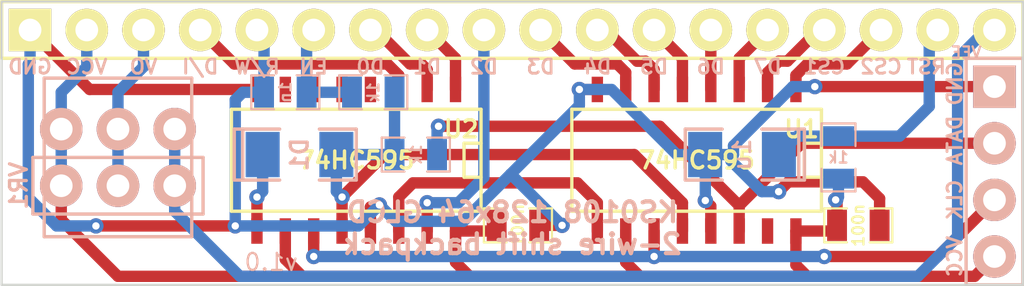
<source format=kicad_pcb>
(kicad_pcb (version 20171130) (host pcbnew "(5.1.12)-1")

  (general
    (thickness 1.6)
    (drawings 28)
    (tracks 189)
    (zones 0)
    (modules 14)
    (nets 23)
  )

  (page A3)
  (layers
    (0 F.Cu signal)
    (31 B.Cu signal)
    (36 B.SilkS user hide)
    (37 F.SilkS user hide)
    (38 B.Mask user hide)
    (39 F.Mask user hide)
    (44 Edge.Cuts user)
  )

  (setup
    (last_trace_width 0.508)
    (trace_clearance 0.2032)
    (zone_clearance 0.2032)
    (zone_45_only no)
    (trace_min 0.1524)
    (via_size 0.6858)
    (via_drill 0.3302)
    (via_min_size 0.508)
    (via_min_drill 0.3302)
    (uvia_size 0.508)
    (uvia_drill 0.127)
    (uvias_allowed no)
    (uvia_min_size 0.508)
    (uvia_min_drill 0.127)
    (edge_width 0.1)
    (segment_width 0.2)
    (pcb_text_width 0.3)
    (pcb_text_size 1.5 1.5)
    (mod_edge_width 0.15)
    (mod_text_size 1 1)
    (mod_text_width 0.15)
    (pad_size 1.905 1.905)
    (pad_drill 1.016)
    (pad_to_mask_clearance 0)
    (aux_axis_origin 0 0)
    (visible_elements 7FFFFEFF)
    (pcbplotparams
      (layerselection 0x00030_ffffffff)
      (usegerberextensions true)
      (usegerberattributes true)
      (usegerberadvancedattributes true)
      (creategerberjobfile true)
      (excludeedgelayer true)
      (linewidth 0.150000)
      (plotframeref false)
      (viasonmask false)
      (mode 1)
      (useauxorigin false)
      (hpglpennumber 1)
      (hpglpenspeed 20)
      (hpglpendiameter 15.000000)
      (psnegative false)
      (psa4output false)
      (plotreference true)
      (plotvalue true)
      (plotinvisibletext false)
      (padsonsilk false)
      (subtractmaskfromsilk false)
      (outputformat 1)
      (mirror false)
      (drillshape 0)
      (scaleselection 1)
      (outputdirectory "output/gerber/"))
  )

  (net 0 "")
  (net 1 /CLK)
  (net 2 /DATA)
  (net 3 /LATCH)
  (net 4 /LCD_CNT)
  (net 5 /LCD_CS1)
  (net 6 /LCD_CS2)
  (net 7 /LCD_D0)
  (net 8 /LCD_D1)
  (net 9 /LCD_D2)
  (net 10 /LCD_D3)
  (net 11 /LCD_D4)
  (net 12 /LCD_D5)
  (net 13 /LCD_D6)
  (net 14 /LCD_D7)
  (net 15 /LCD_DI)
  (net 16 /LCD_EN)
  (net 17 /LCD_RST)
  (net 18 /LCD_VEE)
  (net 19 GND)
  (net 20 N-0000010)
  (net 21 N-000007)
  (net 22 VCC)

  (net_class Default "This is the default net class."
    (clearance 0.2032)
    (trace_width 0.508)
    (via_dia 0.6858)
    (via_drill 0.3302)
    (uvia_dia 0.508)
    (uvia_drill 0.127)
    (add_net /CLK)
    (add_net /DATA)
    (add_net /LATCH)
    (add_net /LCD_CNT)
    (add_net /LCD_CS1)
    (add_net /LCD_CS2)
    (add_net /LCD_D0)
    (add_net /LCD_D1)
    (add_net /LCD_D2)
    (add_net /LCD_D3)
    (add_net /LCD_D4)
    (add_net /LCD_D5)
    (add_net /LCD_D6)
    (add_net /LCD_D7)
    (add_net /LCD_DI)
    (add_net /LCD_EN)
    (add_net /LCD_RST)
    (add_net /LCD_VEE)
    (add_net GND)
    (add_net N-0000010)
    (add_net N-000007)
    (add_net VCC)
  )

  (module SM0805 (layer F.Cu) (tedit 56B6AE8C) (tstamp 53BC9432)
    (at 5.334 8.763 180)
    (path /53BC9429)
    (attr smd)
    (fp_text reference C1 (at 0 0 270) (layer F.SilkS) hide
      (effects (font (size 0.50038 0.50038) (thickness 0.10922)))
    )
    (fp_text value 100n (at 0 0 270) (layer F.SilkS)
      (effects (font (size 0.508 0.508) (thickness 0.1016)))
    )
    (fp_line (start 1.524 0.762) (end 0.508 0.762) (layer F.SilkS) (width 0.09906))
    (fp_line (start 1.524 -0.762) (end 1.524 0.762) (layer F.SilkS) (width 0.09906))
    (fp_line (start 0.508 -0.762) (end 1.524 -0.762) (layer F.SilkS) (width 0.09906))
    (fp_line (start -1.524 -0.762) (end -0.508 -0.762) (layer F.SilkS) (width 0.09906))
    (fp_line (start -1.524 0.762) (end -1.524 -0.762) (layer F.SilkS) (width 0.09906))
    (fp_line (start -0.508 0.762) (end -1.524 0.762) (layer F.SilkS) (width 0.09906))
    (pad 1 smd rect (at -0.9525 0 180) (size 0.889 1.397) (layers F.Cu F.Mask)
      (net 19 GND))
    (pad 2 smd rect (at 0.9525 0 180) (size 0.889 1.397) (layers F.Cu F.Mask)
      (net 22 VCC))
    (model smd/chip_cms.wrl
      (at (xyz 0 0 0))
      (scale (xyz 0.1 0.1 0.1))
      (rotate (xyz 0 0 0))
    )
  )

  (module SM0805 (layer F.Cu) (tedit 56B6AE7B) (tstamp 53BC9425)
    (at 20.574 8.763 180)
    (path /56B65C0B)
    (attr smd)
    (fp_text reference C2 (at 0 0 270) (layer F.SilkS) hide
      (effects (font (size 0.50038 0.50038) (thickness 0.10922)))
    )
    (fp_text value 100n (at 0 0 270) (layer F.SilkS)
      (effects (font (size 0.508 0.508) (thickness 0.1016)))
    )
    (fp_line (start 1.524 0.762) (end 0.508 0.762) (layer F.SilkS) (width 0.09906))
    (fp_line (start 1.524 -0.762) (end 1.524 0.762) (layer F.SilkS) (width 0.09906))
    (fp_line (start 0.508 -0.762) (end 1.524 -0.762) (layer F.SilkS) (width 0.09906))
    (fp_line (start -1.524 -0.762) (end -0.508 -0.762) (layer F.SilkS) (width 0.09906))
    (fp_line (start -1.524 0.762) (end -1.524 -0.762) (layer F.SilkS) (width 0.09906))
    (fp_line (start -0.508 0.762) (end -1.524 0.762) (layer F.SilkS) (width 0.09906))
    (pad 1 smd rect (at -0.9525 0 180) (size 0.889 1.397) (layers F.Cu F.Mask)
      (net 19 GND))
    (pad 2 smd rect (at 0.9525 0 180) (size 0.889 1.397) (layers F.Cu F.Mask)
      (net 22 VCC))
    (model smd/chip_cms.wrl
      (at (xyz 0 0 0))
      (scale (xyz 0.1 0.1 0.1))
      (rotate (xyz 0 0 0))
    )
  )

  (module SM0805 (layer B.Cu) (tedit 56B6AE5C) (tstamp 56B68EEF)
    (at -5.08 2.794)
    (path /56B68EC4)
    (attr smd)
    (fp_text reference C4 (at 0 0) (layer B.SilkS) hide
      (effects (font (size 0.50038 0.50038) (thickness 0.10922)) (justify mirror))
    )
    (fp_text value 1n (at 0 0 270) (layer B.SilkS)
      (effects (font (size 0.508 0.508) (thickness 0.1016)) (justify mirror))
    )
    (fp_line (start 1.524 -0.762) (end 0.508 -0.762) (layer B.SilkS) (width 0.09906))
    (fp_line (start 1.524 0.762) (end 1.524 -0.762) (layer B.SilkS) (width 0.09906))
    (fp_line (start 0.508 0.762) (end 1.524 0.762) (layer B.SilkS) (width 0.09906))
    (fp_line (start -1.524 0.762) (end -0.508 0.762) (layer B.SilkS) (width 0.09906))
    (fp_line (start -1.524 -0.762) (end -1.524 0.762) (layer B.SilkS) (width 0.09906))
    (fp_line (start -0.508 -0.762) (end -1.524 -0.762) (layer B.SilkS) (width 0.09906))
    (pad 1 smd rect (at -0.9525 0) (size 0.889 1.397) (layers B.Cu B.Mask)
      (net 19 GND))
    (pad 2 smd rect (at 0.9525 0) (size 0.889 1.397) (layers B.Cu B.Mask)
      (net 16 /LCD_EN))
    (model smd/chip_cms.wrl
      (at (xyz 0 0 0))
      (scale (xyz 0.1 0.1 0.1))
      (rotate (xyz 0 0 0))
    )
  )

  (module SM0805 (layer B.Cu) (tedit 56B6AE47) (tstamp 56B69025)
    (at -1.143 2.794)
    (path /56B68E6F)
    (attr smd)
    (fp_text reference R2 (at 0 0) (layer B.SilkS) hide
      (effects (font (size 0.50038 0.50038) (thickness 0.10922)) (justify mirror))
    )
    (fp_text value 1k (at 0 0 270) (layer B.SilkS)
      (effects (font (size 0.508 0.508) (thickness 0.1016)) (justify mirror))
    )
    (fp_line (start 1.524 -0.762) (end 0.508 -0.762) (layer B.SilkS) (width 0.09906))
    (fp_line (start 1.524 0.762) (end 1.524 -0.762) (layer B.SilkS) (width 0.09906))
    (fp_line (start 0.508 0.762) (end 1.524 0.762) (layer B.SilkS) (width 0.09906))
    (fp_line (start -1.524 0.762) (end -0.508 0.762) (layer B.SilkS) (width 0.09906))
    (fp_line (start -1.524 -0.762) (end -1.524 0.762) (layer B.SilkS) (width 0.09906))
    (fp_line (start -0.508 -0.762) (end -1.524 -0.762) (layer B.SilkS) (width 0.09906))
    (pad 1 smd rect (at -0.9525 0) (size 0.889 1.397) (layers B.Cu B.Mask)
      (net 16 /LCD_EN))
    (pad 2 smd rect (at 0.9525 0) (size 0.889 1.397) (layers B.Cu B.Mask)
      (net 3 /LATCH))
    (model smd/chip_cms.wrl
      (at (xyz 0 0 0))
      (scale (xyz 0.1 0.1 0.1))
      (rotate (xyz 0 0 0))
    )
  )

  (module SM0805 (layer B.Cu) (tedit 56B6AE2D) (tstamp 56B65EDA)
    (at 0.762 5.588)
    (path /53BC8E08)
    (attr smd)
    (fp_text reference R1 (at 0 0) (layer B.SilkS) hide
      (effects (font (size 0.50038 0.50038) (thickness 0.10922)) (justify mirror))
    )
    (fp_text value 1k (at 0 0 270) (layer B.SilkS)
      (effects (font (size 0.508 0.508) (thickness 0.1016)) (justify mirror))
    )
    (fp_line (start 1.524 -0.762) (end 0.508 -0.762) (layer B.SilkS) (width 0.09906))
    (fp_line (start 1.524 0.762) (end 1.524 -0.762) (layer B.SilkS) (width 0.09906))
    (fp_line (start 0.508 0.762) (end 1.524 0.762) (layer B.SilkS) (width 0.09906))
    (fp_line (start -1.524 0.762) (end -0.508 0.762) (layer B.SilkS) (width 0.09906))
    (fp_line (start -1.524 -0.762) (end -1.524 0.762) (layer B.SilkS) (width 0.09906))
    (fp_line (start -0.508 -0.762) (end -1.524 -0.762) (layer B.SilkS) (width 0.09906))
    (pad 1 smd rect (at -0.9525 0) (size 0.889 1.397) (layers B.Cu B.Mask)
      (net 3 /LATCH))
    (pad 2 smd rect (at 0.9525 0) (size 0.889 1.397) (layers B.Cu B.Mask)
      (net 2 /DATA))
    (model smd/chip_cms.wrl
      (at (xyz 0 0 0))
      (scale (xyz 0.1 0.1 0.1))
      (rotate (xyz 0 0 0))
    )
  )

  (module SM0805 (layer B.Cu) (tedit 56B6AE0C) (tstamp 56B68EE2)
    (at 19.685 5.715 270)
    (path /56B65E6D)
    (attr smd)
    (fp_text reference R3 (at 0 0 270) (layer B.SilkS) hide
      (effects (font (size 0.50038 0.50038) (thickness 0.10922)) (justify mirror))
    )
    (fp_text value 1k (at 0 0 180) (layer B.SilkS)
      (effects (font (size 0.508 0.508) (thickness 0.1016)) (justify mirror))
    )
    (fp_line (start 1.524 -0.762) (end 0.508 -0.762) (layer B.SilkS) (width 0.09906))
    (fp_line (start 1.524 0.762) (end 1.524 -0.762) (layer B.SilkS) (width 0.09906))
    (fp_line (start 0.508 0.762) (end 1.524 0.762) (layer B.SilkS) (width 0.09906))
    (fp_line (start -1.524 0.762) (end -0.508 0.762) (layer B.SilkS) (width 0.09906))
    (fp_line (start -1.524 -0.762) (end -1.524 0.762) (layer B.SilkS) (width 0.09906))
    (fp_line (start -0.508 -0.762) (end -1.524 -0.762) (layer B.SilkS) (width 0.09906))
    (pad 1 smd rect (at -0.9525 0 270) (size 0.889 1.397) (layers B.Cu B.Mask)
      (net 17 /LCD_RST))
    (pad 2 smd rect (at 0.9525 0 270) (size 0.889 1.397) (layers B.Cu B.Mask)
      (net 22 VCC))
    (model smd/chip_cms.wrl
      (at (xyz 0 0 0))
      (scale (xyz 0.1 0.1 0.1))
      (rotate (xyz 0 0 0))
    )
  )

  (module SM1206POL (layer B.Cu) (tedit 56B6ADEC) (tstamp 56B65ECD)
    (at 15.367 5.588 180)
    (path /56B65E2D)
    (attr smd)
    (fp_text reference C3 (at 0 0 180) (layer B.SilkS) hide
      (effects (font (size 0.762 0.762) (thickness 0.127)) (justify mirror))
    )
    (fp_text value 1u (at 0 0 90) (layer B.SilkS)
      (effects (font (size 0.762 0.762) (thickness 0.127)) (justify mirror))
    )
    (fp_line (start -0.889 1.143) (end -2.54 1.143) (layer B.SilkS) (width 0.15))
    (fp_line (start 2.54 -1.143) (end 0.889 -1.143) (layer B.SilkS) (width 0.15))
    (fp_line (start 2.54 1.143) (end 2.54 -1.143) (layer B.SilkS) (width 0.15))
    (fp_line (start 0.889 1.143) (end 2.54 1.143) (layer B.SilkS) (width 0.15))
    (fp_line (start -2.54 -1.143) (end -0.889 -1.143) (layer B.SilkS) (width 0.15))
    (fp_line (start -2.54 1.143) (end -2.54 -1.143) (layer B.SilkS) (width 0.15))
    (fp_line (start -2.794 -1.143) (end -2.54 -1.143) (layer B.SilkS) (width 0.15))
    (fp_line (start -2.794 1.143) (end -2.794 -1.143) (layer B.SilkS) (width 0.15))
    (fp_line (start -2.54 1.143) (end -2.794 1.143) (layer B.SilkS) (width 0.15))
    (pad 1 smd rect (at -1.651 0 180) (size 1.524 2.032) (layers B.Cu B.Mask)
      (net 17 /LCD_RST))
    (pad 2 smd rect (at 1.651 0 180) (size 1.524 2.032) (layers B.Cu B.Mask)
      (net 19 GND))
    (model smd/chip_cms_pol.wrl
      (at (xyz 0 0 0))
      (scale (xyz 0.17 0.16 0.16))
      (rotate (xyz 0 0 0))
    )
  )

  (module SO16N (layer F.Cu) (tedit 56B6ABF4) (tstamp 53BC9296)
    (at 13.335 5.842 180)
    (descr "Module CMS SOJ 16 pins large")
    (tags "CMS SOJ")
    (path /53BC8B9F)
    (attr smd)
    (fp_text reference U1 (at -4.699 1.397 180) (layer F.SilkS)
      (effects (font (size 0.762 0.762) (thickness 0.1524)))
    )
    (fp_text value 74HC595 (at 0 0 180) (layer F.SilkS)
      (effects (font (size 0.762 0.762) (thickness 0.1524)))
    )
    (fp_line (start -5.588 -2.286) (end 5.588 -2.286) (layer F.SilkS) (width 0.15))
    (fp_line (start -5.588 2.286) (end -5.588 -2.286) (layer F.SilkS) (width 0.15))
    (fp_line (start 5.588 2.286) (end -5.588 2.286) (layer F.SilkS) (width 0.15))
    (fp_line (start 5.588 -2.286) (end 5.588 2.286) (layer F.SilkS) (width 0.15))
    (fp_line (start -4.826 0.762) (end -5.588 0.762) (layer F.SilkS) (width 0.15))
    (fp_line (start -4.826 -0.762) (end -4.826 0.762) (layer F.SilkS) (width 0.15))
    (fp_line (start -5.588 -0.762) (end -4.826 -0.762) (layer F.SilkS) (width 0.15))
    (pad 16 smd rect (at -4.445 -3.175 180) (size 0.508 1.143) (layers F.Cu F.Mask)
      (net 22 VCC))
    (pad 14 smd rect (at -1.905 -3.175 180) (size 0.508 1.143) (layers F.Cu F.Mask)
      (net 2 /DATA))
    (pad 13 smd rect (at -0.635 -3.175 180) (size 0.508 1.143) (layers F.Cu F.Mask)
      (net 19 GND))
    (pad 12 smd rect (at 0.635 -3.175 180) (size 0.508 1.143) (layers F.Cu F.Mask)
      (net 3 /LATCH))
    (pad 11 smd rect (at 1.905 -3.175 180) (size 0.508 1.143) (layers F.Cu F.Mask)
      (net 1 /CLK))
    (pad 10 smd rect (at 3.175 -3.175 180) (size 0.508 1.143) (layers F.Cu F.Mask)
      (net 22 VCC))
    (pad 9 smd rect (at 4.445 -3.175 180) (size 0.508 1.143) (layers F.Cu F.Mask)
      (net 21 N-000007))
    (pad 8 smd rect (at 4.445 3.175 180) (size 0.508 1.143) (layers F.Cu F.Mask)
      (net 19 GND))
    (pad 7 smd rect (at 3.175 3.175 180) (size 0.508 1.143) (layers F.Cu F.Mask)
      (net 10 /LCD_D3))
    (pad 6 smd rect (at 1.905 3.175 180) (size 0.508 1.143) (layers F.Cu F.Mask)
      (net 11 /LCD_D4))
    (pad 5 smd rect (at 0.635 3.175 180) (size 0.508 1.143) (layers F.Cu F.Mask)
      (net 12 /LCD_D5))
    (pad 4 smd rect (at -0.635 3.175 180) (size 0.508 1.143) (layers F.Cu F.Mask)
      (net 13 /LCD_D6))
    (pad 3 smd rect (at -1.905 3.175 180) (size 0.508 1.143) (layers F.Cu F.Mask)
      (net 14 /LCD_D7))
    (pad 2 smd rect (at -3.175 3.175 180) (size 0.508 1.143) (layers F.Cu F.Mask)
      (net 5 /LCD_CS1))
    (pad 1 smd rect (at -4.445 3.175 180) (size 0.508 1.143) (layers F.Cu F.Mask)
      (net 6 /LCD_CS2))
    (pad 15 smd rect (at -3.175 -3.175 180) (size 0.508 1.143) (layers F.Cu F.Mask))
    (model smd/cms_so16.wrl
      (at (xyz 0 0 0))
      (scale (xyz 0.5 0.4 0.5))
      (rotate (xyz 0 0 0))
    )
  )

  (module SO16N (layer F.Cu) (tedit 56B6ABE6) (tstamp 56B65D9E)
    (at -1.905 5.842 180)
    (descr "Module CMS SOJ 16 pins large")
    (tags "CMS SOJ")
    (path /56B65B9E)
    (attr smd)
    (fp_text reference U2 (at -4.699 1.397 180) (layer F.SilkS)
      (effects (font (size 0.762 0.762) (thickness 0.1524)))
    )
    (fp_text value 74HC595 (at 0 0 180) (layer F.SilkS)
      (effects (font (size 0.762 0.762) (thickness 0.1524)))
    )
    (fp_line (start -5.588 -2.286) (end 5.588 -2.286) (layer F.SilkS) (width 0.15))
    (fp_line (start -5.588 2.286) (end -5.588 -2.286) (layer F.SilkS) (width 0.15))
    (fp_line (start 5.588 2.286) (end -5.588 2.286) (layer F.SilkS) (width 0.15))
    (fp_line (start 5.588 -2.286) (end 5.588 2.286) (layer F.SilkS) (width 0.15))
    (fp_line (start -4.826 0.762) (end -5.588 0.762) (layer F.SilkS) (width 0.15))
    (fp_line (start -4.826 -0.762) (end -4.826 0.762) (layer F.SilkS) (width 0.15))
    (fp_line (start -5.588 -0.762) (end -4.826 -0.762) (layer F.SilkS) (width 0.15))
    (pad 16 smd rect (at -4.445 -3.175 180) (size 0.508 1.143) (layers F.Cu F.Mask)
      (net 22 VCC))
    (pad 14 smd rect (at -1.905 -3.175 180) (size 0.508 1.143) (layers F.Cu F.Mask)
      (net 21 N-000007))
    (pad 13 smd rect (at -0.635 -3.175 180) (size 0.508 1.143) (layers F.Cu F.Mask)
      (net 19 GND))
    (pad 12 smd rect (at 0.635 -3.175 180) (size 0.508 1.143) (layers F.Cu F.Mask)
      (net 3 /LATCH))
    (pad 11 smd rect (at 1.905 -3.175 180) (size 0.508 1.143) (layers F.Cu F.Mask)
      (net 1 /CLK))
    (pad 10 smd rect (at 3.175 -3.175 180) (size 0.508 1.143) (layers F.Cu F.Mask)
      (net 22 VCC))
    (pad 9 smd rect (at 4.445 -3.175 180) (size 0.508 1.143) (layers F.Cu F.Mask)
      (net 20 N-0000010))
    (pad 8 smd rect (at 4.445 3.175 180) (size 0.508 1.143) (layers F.Cu F.Mask)
      (net 19 GND))
    (pad 7 smd rect (at 3.175 3.175 180) (size 0.508 1.143) (layers F.Cu F.Mask))
    (pad 6 smd rect (at 1.905 3.175 180) (size 0.508 1.143) (layers F.Cu F.Mask))
    (pad 5 smd rect (at 0.635 3.175 180) (size 0.508 1.143) (layers F.Cu F.Mask))
    (pad 4 smd rect (at -0.635 3.175 180) (size 0.508 1.143) (layers F.Cu F.Mask))
    (pad 3 smd rect (at -1.905 3.175 180) (size 0.508 1.143) (layers F.Cu F.Mask)
      (net 15 /LCD_DI))
    (pad 2 smd rect (at -3.175 3.175 180) (size 0.508 1.143) (layers F.Cu F.Mask)
      (net 7 /LCD_D0))
    (pad 1 smd rect (at -4.445 3.175 180) (size 0.508 1.143) (layers F.Cu F.Mask)
      (net 8 /LCD_D1))
    (pad 15 smd rect (at -3.175 -3.175 180) (size 0.508 1.143) (layers F.Cu F.Mask)
      (net 9 /LCD_D2))
    (model smd/cms_so16.wrl
      (at (xyz 0 0 0))
      (scale (xyz 0.5 0.4 0.5))
      (rotate (xyz 0 0 0))
    )
  )

  (module SM1206POL (layer B.Cu) (tedit 56B6A5EA) (tstamp 56B660A4)
    (at -4.445 5.588 180)
    (path /53BC8DBF)
    (attr smd)
    (fp_text reference D1 (at 0 0 90) (layer B.SilkS)
      (effects (font (size 0.75 0.75) (thickness 0.15)) (justify mirror))
    )
    (fp_text value DIODE (at 0 0 180) (layer B.SilkS) hide
      (effects (font (size 0.762 0.762) (thickness 0.127)) (justify mirror))
    )
    (fp_line (start -0.889 1.143) (end -2.54 1.143) (layer B.SilkS) (width 0.15))
    (fp_line (start 2.54 -1.143) (end 0.889 -1.143) (layer B.SilkS) (width 0.15))
    (fp_line (start 2.54 1.143) (end 2.54 -1.143) (layer B.SilkS) (width 0.15))
    (fp_line (start 0.889 1.143) (end 2.54 1.143) (layer B.SilkS) (width 0.15))
    (fp_line (start -2.54 -1.143) (end -0.889 -1.143) (layer B.SilkS) (width 0.15))
    (fp_line (start -2.54 1.143) (end -2.54 -1.143) (layer B.SilkS) (width 0.15))
    (fp_line (start 2.54 1.143) (end 2.921 1.143) (layer B.SilkS) (width 0.15))
    (fp_line (start 2.54 -1.143) (end 2.921 -1.143) (layer B.SilkS) (width 0.15))
    (fp_line (start 2.921 -1.143) (end 2.921 1.143) (layer B.SilkS) (width 0.15))
    (pad 1 smd rect (at -1.651 0 180) (size 1.524 2.032) (layers B.Cu B.Mask)
      (net 3 /LATCH))
    (pad 2 smd rect (at 1.651 0 180) (size 1.524 2.032) (layers B.Cu B.Mask)
      (net 20 N-0000010))
    (model smd/chip_cms_pol.wrl
      (at (xyz 0 0 0))
      (scale (xyz 0.17 0.16 0.16))
      (rotate (xyz 0 0 0))
    )
  )

  (module SIL-3 (layer B.Cu) (tedit 56B6A552) (tstamp 53BC9EE3)
    (at -12.573 6.985)
    (descr "Connecteur 3 pins")
    (tags "CONN DEV")
    (path /53BC8FFA)
    (fp_text reference VR1 (at -4.445 0 90) (layer B.SilkS)
      (effects (font (size 0.75 0.75) (thickness 0.15)) (justify mirror))
    )
    (fp_text value POT (at 0 2.54) (layer B.SilkS) hide
      (effects (font (size 1.524 1.016) (thickness 0.3048)) (justify mirror))
    )
    (fp_line (start 3.81 -1.27) (end -3.81 -1.27) (layer B.SilkS) (width 0.15))
    (fp_line (start 3.81 1.27) (end 3.81 -1.27) (layer B.SilkS) (width 0.15))
    (fp_line (start -3.81 1.27) (end 3.81 1.27) (layer B.SilkS) (width 0.15))
    (fp_line (start -3.81 -1.27) (end -3.81 1.27) (layer B.SilkS) (width 0.15))
    (pad 1 thru_hole circle (at -2.54 0) (size 1.905 1.905) (drill 1.016) (layers *.Cu *.Mask B.SilkS)
      (net 22 VCC))
    (pad 2 thru_hole circle (at 0 0) (size 1.905 1.905) (drill 1.016) (layers *.Cu *.Mask B.SilkS)
      (net 4 /LCD_CNT))
    (pad 3 thru_hole circle (at 2.54 0) (size 1.905 1.905) (drill 1.016) (layers *.Cu *.Mask B.SilkS)
      (net 18 /LCD_VEE))
  )

  (module SIL-3 (layer B.Cu) (tedit 56B6A509) (tstamp 56B6979F)
    (at 26.67 5.08 270)
    (descr "Connecteur 3 pins")
    (tags "CONN DEV")
    (path /53BC8EC4)
    (fp_text reference K1 (at 0 2.54 270) (layer B.SilkS) hide
      (effects (font (size 1.7907 1.07696) (thickness 0.26924)) (justify mirror))
    )
    (fp_text value CONN_4 (at 0 2.54 270) (layer B.SilkS) hide
      (effects (font (size 1.524 1.016) (thickness 0.3048)) (justify mirror))
    )
    (fp_line (start -3.81 -1.27) (end -3.81 1.27) (layer B.SilkS) (width 0.15))
    (fp_line (start 6.35 1.27) (end 6.35 -1.27) (layer B.SilkS) (width 0.15))
    (fp_line (start -3.81 -1.27) (end 6.35 -1.27) (layer B.SilkS) (width 0.15))
    (fp_line (start -3.81 1.27) (end 6.35 1.27) (layer B.SilkS) (width 0.15))
    (pad 1 thru_hole rect (at -2.54 0 270) (size 1.905 1.905) (drill 1.016) (layers *.Cu *.Mask B.SilkS)
      (net 19 GND))
    (pad 2 thru_hole circle (at 0 0 270) (size 1.905 1.905) (drill 1.016) (layers *.Cu *.Mask B.SilkS)
      (net 2 /DATA))
    (pad 3 thru_hole circle (at 2.54 0 270) (size 1.905 1.905) (drill 1.016) (layers *.Cu *.Mask B.SilkS)
      (net 1 /CLK))
    (pad 4 thru_hole circle (at 5.08 0 270) (size 1.905 1.905) (drill 1.016) (layers *.Cu *.Mask B.SilkS)
      (net 22 VCC))
  )

  (module SIL-14 (layer F.Cu) (tedit 56B6A4CE) (tstamp 53BC92C2)
    (at 0 0)
    (descr "Connecteur 14 pins")
    (tags "CONN DEV")
    (path /53BC8C60)
    (fp_text reference P1 (at -10.16 -2.54) (layer F.SilkS) hide
      (effects (font (size 1.72974 1.08712) (thickness 0.27178)))
    )
    (fp_text value CONN_20 (at 7.62 -2.54) (layer F.SilkS) hide
      (effects (font (size 1.524 1.016) (thickness 0.254)))
    )
    (fp_line (start -17.78 -1.27) (end -17.78 1.27) (layer F.SilkS) (width 0.15))
    (fp_line (start 27.94 -1.27) (end 27.94 1.27) (layer F.SilkS) (width 0.15))
    (fp_line (start -17.78 1.27) (end 27.94 1.27) (layer F.SilkS) (width 0.15))
    (fp_line (start -17.78 -1.27) (end 27.94 -1.27) (layer F.SilkS) (width 0.15))
    (pad 1 thru_hole rect (at -16.51 0) (size 1.905 1.905) (drill 1.016) (layers *.Cu *.Mask F.SilkS)
      (net 19 GND))
    (pad 2 thru_hole circle (at -13.97 0) (size 1.905 1.905) (drill 1.016) (layers *.Cu *.Mask F.SilkS)
      (net 22 VCC))
    (pad 3 thru_hole circle (at -11.43 0) (size 1.905 1.905) (drill 1.016) (layers *.Cu *.Mask F.SilkS)
      (net 4 /LCD_CNT))
    (pad 4 thru_hole circle (at -8.89 0) (size 1.905 1.905) (drill 1.016) (layers *.Cu *.Mask F.SilkS)
      (net 15 /LCD_DI))
    (pad 5 thru_hole circle (at -6.35 0) (size 1.905 1.905) (drill 1.016) (layers *.Cu *.Mask F.SilkS)
      (net 19 GND))
    (pad 6 thru_hole circle (at -3.81 0) (size 1.905 1.905) (drill 1.016) (layers *.Cu *.Mask F.SilkS)
      (net 16 /LCD_EN))
    (pad 7 thru_hole circle (at -1.27 0) (size 1.905 1.905) (drill 1.016) (layers *.Cu *.Mask F.SilkS)
      (net 7 /LCD_D0))
    (pad 8 thru_hole circle (at 1.27 0) (size 1.905 1.905) (drill 1.016) (layers *.Cu *.Mask F.SilkS)
      (net 8 /LCD_D1))
    (pad 9 thru_hole circle (at 3.81 0) (size 1.905 1.905) (drill 1.016) (layers *.Cu *.Mask F.SilkS)
      (net 9 /LCD_D2))
    (pad 10 thru_hole circle (at 6.35 0) (size 1.905 1.905) (drill 1.016) (layers *.Cu *.Mask F.SilkS)
      (net 10 /LCD_D3))
    (pad 11 thru_hole circle (at 8.89 0) (size 1.905 1.905) (drill 1.016) (layers *.Cu *.Mask F.SilkS)
      (net 11 /LCD_D4))
    (pad 12 thru_hole circle (at 11.43 0) (size 1.905 1.905) (drill 1.016) (layers *.Cu *.Mask F.SilkS)
      (net 12 /LCD_D5))
    (pad 13 thru_hole circle (at 13.97 0) (size 1.905 1.905) (drill 1.016) (layers *.Cu *.Mask F.SilkS)
      (net 13 /LCD_D6))
    (pad 14 thru_hole circle (at 16.51 0) (size 1.905 1.905) (drill 1.016) (layers *.Cu *.Mask F.SilkS)
      (net 14 /LCD_D7))
    (pad 15 thru_hole circle (at 19.05 0) (size 1.905 1.905) (drill 1.016) (layers *.Cu *.Mask F.SilkS)
      (net 5 /LCD_CS1))
    (pad 16 thru_hole circle (at 21.59 0) (size 1.905 1.905) (drill 1.016) (layers *.Cu *.Mask F.SilkS)
      (net 6 /LCD_CS2))
    (pad 17 thru_hole circle (at 24.13 0) (size 1.905 1.905) (drill 1.016) (layers *.Cu *.Mask F.SilkS)
      (net 17 /LCD_RST))
    (pad 18 thru_hole circle (at 26.67 0) (size 1.905 1.905) (drill 1.016) (layers *.Cu *.Mask F.SilkS)
      (net 18 /LCD_VEE))
  )

  (module RV2 (layer B.Cu) (tedit 56B6A56F) (tstamp 53BCB022)
    (at -12.573 5.715)
    (descr "Resistance variable / potentiometre")
    (tags R)
    (path /53BCAFD6)
    (autoplace_cost90 10)
    (autoplace_cost180 10)
    (fp_text reference VR2 (at 0 0) (layer B.SilkS) hide
      (effects (font (size 1.397 1.27) (thickness 0.2032)) (justify mirror))
    )
    (fp_text value POT (at 0 0) (layer B.SilkS) hide
      (effects (font (size 1.397 1.27) (thickness 0.2032)) (justify mirror))
    )
    (fp_line (start -3.302 3.556) (end 3.302 3.556) (layer B.SilkS) (width 0.15))
    (fp_line (start -3.302 -3.556) (end -3.302 3.556) (layer B.SilkS) (width 0.15))
    (fp_line (start 3.302 -3.556) (end -3.302 -3.556) (layer B.SilkS) (width 0.15))
    (fp_line (start 3.302 3.556) (end 3.302 -3.556) (layer B.SilkS) (width 0.15))
    (pad 1 thru_hole circle (at -2.54 -1.27) (size 1.905 1.905) (drill 1.016) (layers *.Cu *.Mask B.SilkS)
      (net 22 VCC))
    (pad 2 thru_hole circle (at 0 -1.27) (size 1.905 1.905) (drill 1.016) (layers *.Cu *.Mask B.SilkS)
      (net 4 /LCD_CNT))
    (pad 3 thru_hole circle (at 2.54 -1.27) (size 1.905 1.905) (drill 1.016) (layers *.Cu *.Mask B.SilkS)
      (net 18 /LCD_VEE))
    (model discret/adjustable_rx2.wrl
      (at (xyz 0 0 0))
      (scale (xyz 1 1 1))
      (rotate (xyz 0 0 0))
    )
  )

  (gr_text VEE (at 25.4 1.016) (layer B.SilkS)
    (effects (font (size 0.508 0.508) (thickness 0.1016)) (justify mirror))
  )
  (gr_text RST (at 23.622 1.651) (layer B.SilkS)
    (effects (font (size 0.635 0.635) (thickness 0.127)) (justify mirror))
  )
  (gr_text CS2 (at 21.59 1.651) (layer B.SilkS)
    (effects (font (size 0.635 0.635) (thickness 0.127)) (justify mirror))
  )
  (gr_text CS1 (at 19.05 1.651) (layer B.SilkS)
    (effects (font (size 0.635 0.635) (thickness 0.127)) (justify mirror))
  )
  (gr_text D7 (at 16.51 1.651) (layer B.SilkS)
    (effects (font (size 0.635 0.635) (thickness 0.127)) (justify mirror))
  )
  (gr_text D6 (at 13.97 1.651) (layer B.SilkS)
    (effects (font (size 0.635 0.635) (thickness 0.127)) (justify mirror))
  )
  (gr_text D5 (at 11.43 1.651) (layer B.SilkS)
    (effects (font (size 0.635 0.635) (thickness 0.127)) (justify mirror))
  )
  (gr_text D4 (at 8.89 1.651) (layer B.SilkS)
    (effects (font (size 0.635 0.635) (thickness 0.127)) (justify mirror))
  )
  (gr_text D3 (at 6.35 1.651) (layer B.SilkS)
    (effects (font (size 0.635 0.635) (thickness 0.127)) (justify mirror))
  )
  (gr_text D2 (at 3.81 1.651) (layer B.SilkS)
    (effects (font (size 0.635 0.635) (thickness 0.127)) (justify mirror))
  )
  (gr_text D1 (at 1.27 1.651) (layer B.SilkS)
    (effects (font (size 0.635 0.635) (thickness 0.127)) (justify mirror))
  )
  (gr_text D0 (at -1.27 1.651) (layer B.SilkS)
    (effects (font (size 0.635 0.635) (thickness 0.127)) (justify mirror))
  )
  (gr_text EN (at -3.81 1.651) (layer B.SilkS)
    (effects (font (size 0.635 0.635) (thickness 0.127)) (justify mirror))
  )
  (gr_text R/W (at -6.35 1.651) (layer B.SilkS)
    (effects (font (size 0.635 0.635) (thickness 0.127)) (justify mirror))
  )
  (gr_text D/I (at -8.89 1.651) (layer B.SilkS)
    (effects (font (size 0.635 0.635) (thickness 0.127)) (justify mirror))
  )
  (gr_text VO (at -11.43 1.651) (layer B.SilkS)
    (effects (font (size 0.635 0.635) (thickness 0.127)) (justify mirror))
  )
  (gr_text VCC (at -13.97 1.651) (layer B.SilkS)
    (effects (font (size 0.635 0.635) (thickness 0.127)) (justify mirror))
  )
  (gr_text GND (at -16.51 1.651) (layer B.SilkS)
    (effects (font (size 0.635 0.635) (thickness 0.127)) (justify mirror))
  )
  (gr_text v1.0 (at -5.715 10.414) (layer B.SilkS)
    (effects (font (size 0.762 0.762) (thickness 0.1016)) (justify mirror))
  )
  (gr_text CLK (at 24.892 7.62 90) (layer B.SilkS)
    (effects (font (size 0.635 0.635) (thickness 0.127)) (justify mirror))
  )
  (gr_text "KS0108 128x64 GLCD\n2-wire shift backpack" (at 5.08 8.89) (layer B.SilkS)
    (effects (font (size 0.889 0.889) (thickness 0.1905)) (justify mirror))
  )
  (gr_text DATA (at 24.892 4.953 90) (layer B.SilkS)
    (effects (font (size 0.635 0.635) (thickness 0.127)) (justify mirror))
  )
  (gr_text VCC (at 24.892 10.16 90) (layer B.SilkS)
    (effects (font (size 0.635 0.635) (thickness 0.127)) (justify mirror))
  )
  (gr_text GND (at 24.892 2.413 90) (layer B.SilkS)
    (effects (font (size 0.635 0.635) (thickness 0.127)) (justify mirror))
  )
  (gr_line (start -17.78 -1.27) (end 27.94 -1.27) (angle 90) (layer Edge.Cuts) (width 0.1))
  (gr_line (start -17.78 11.43) (end -17.78 -1.27) (angle 90) (layer Edge.Cuts) (width 0.1))
  (gr_line (start 27.94 11.43) (end -17.78 11.43) (angle 90) (layer Edge.Cuts) (width 0.1))
  (gr_line (start 27.94 -1.27) (end 27.94 11.43) (angle 90) (layer Edge.Cuts) (width 0.1))

  (via (at 13.72362 7.65048) (size 0.6858) (drill 0.3302) (layers F.Cu B.Cu) (net 19))
  (segment (start 11.43 10.16) (end 11.43 9.017) (width 0.508) (layer F.Cu) (net 1))
  (segment (start -3.81 10.16) (end -3.81 9.017) (width 0.508) (layer F.Cu) (net 1))
  (segment (start 11.43 10.16) (end -3.81 10.16) (width 0.508) (layer B.Cu) (net 1))
  (segment (start 26.67 7.62) (end 24.13 10.16) (width 0.508) (layer F.Cu) (net 1))
  (segment (start 24.13 10.16) (end 19.05 10.16) (width 0.508) (layer F.Cu) (net 1))
  (segment (start 11.43 10.16) (end 19.05 10.16) (width 0.508) (layer B.Cu) (net 1))
  (via (at 11.43 10.16) (size 0.6858) (layers F.Cu B.Cu) (net 1))
  (via (at -3.81 10.16) (size 0.6858) (layers F.Cu B.Cu) (net 1))
  (via (at 19.05 10.16) (size 0.6858) (layers F.Cu B.Cu) (net 1))
  (segment (start 1.7145 5.588) (end 1.7145 4.3815) (width 0.508) (layer B.Cu) (net 2))
  (segment (start 1.7145 4.3815) (end 1.778 4.318) (width 0.508) (layer B.Cu) (net 2))
  (segment (start 1.778 4.318) (end 11.684 4.318) (width 0.508) (layer F.Cu) (net 2))
  (segment (start 11.684 4.318) (end 15.24 7.874) (width 0.508) (layer F.Cu) (net 2))
  (segment (start 15.24 9.017) (end 15.24 7.874) (width 0.508) (layer F.Cu) (net 2))
  (segment (start 26.67 5.08) (end 18.034 5.08) (width 0.508) (layer F.Cu) (net 2))
  (segment (start 18.034 5.08) (end 15.24 7.874) (width 0.508) (layer F.Cu) (net 2))
  (via (at 1.778 4.318) (size 0.6858) (layers F.Cu B.Cu) (net 2))
  (segment (start -2.54 8.763) (end -2.54 9.017) (width 0.508) (layer F.Cu) (net 3))
  (segment (start -2.54 8.763) (end -2.54 7.493) (width 0.508) (layer F.Cu) (net 3))
  (segment (start -2.794 6.223) (end -2.794 5.588) (width 0.508) (layer B.Cu) (net 3))
  (segment (start -2.794 6.223) (end -2.794 5.588) (width 0.508) (layer B.Cu) (net 3))
  (segment (start -2.794 6.223) (end -2.794 5.588) (width 0.508) (layer B.Cu) (net 3))
  (segment (start -2.54 7.493) (end -0.635 5.588) (width 0.508) (layer F.Cu) (net 3))
  (segment (start -0.635 5.588) (end 10.541 5.588) (width 0.508) (layer F.Cu) (net 3))
  (segment (start 10.541 5.588) (end 12.7 7.747) (width 0.508) (layer F.Cu) (net 3))
  (segment (start 12.7 7.747) (end 12.7 9.017) (width 0.508) (layer F.Cu) (net 3))
  (segment (start -0.1905 2.794) (end -0.1905 5.588) (width 0.508) (layer B.Cu) (net 3))
  (segment (start -2.794 5.588) (end -0.1905 5.588) (width 0.508) (layer B.Cu) (net 3))
  (segment (start -2.54 7.493) (end -2.794 7.239) (width 0.508) (layer B.Cu) (net 3))
  (segment (start -2.794 7.239) (end -2.794 6.223) (width 0.508) (layer B.Cu) (net 3))
  (via (at -2.54 7.493) (size 0.6858) (layers F.Cu B.Cu) (net 3))
  (segment (start -12.573 4.445) (end -12.573 6.985) (width 0.508) (layer B.Cu) (net 4))
  (segment (start -12.573 4.445) (end -12.573 2.794) (width 0.508) (layer B.Cu) (net 4))
  (segment (start -12.573 2.794) (end -11.43 1.651) (width 0.508) (layer B.Cu) (net 4))
  (segment (start -11.43 1.651) (end -11.43 0) (width 0.508) (layer B.Cu) (net 4))
  (segment (start 16.51 2.667) (end 16.51 1.905) (width 0.508) (layer F.Cu) (net 5))
  (segment (start 16.51 1.905) (end 17.018 1.397) (width 0.508) (layer F.Cu) (net 5))
  (segment (start 17.018 1.397) (end 17.399 1.397) (width 0.508) (layer F.Cu) (net 5))
  (segment (start 17.399 1.397) (end 18.796 0) (width 0.508) (layer F.Cu) (net 5))
  (segment (start 18.796 0) (end 19.05 0) (width 0.508) (layer F.Cu) (net 5))
  (segment (start 17.78 2.667) (end 17.78 2.032) (width 0.508) (layer F.Cu) (net 6))
  (segment (start 17.78 2.032) (end 18.288 1.524) (width 0.508) (layer F.Cu) (net 6))
  (segment (start 18.288 1.524) (end 20.066 1.524) (width 0.508) (layer F.Cu) (net 6))
  (segment (start 20.066 1.524) (end 21.59 0) (width 0.508) (layer F.Cu) (net 6))
  (segment (start -1.27 0) (end -1.0262 0) (width 0.508) (layer F.Cu) (net 7))
  (segment (start -1.0262 0) (end 0.4978 1.524) (width 0.508) (layer F.Cu) (net 7))
  (segment (start 0.4978 1.524) (end 1.016 1.524) (width 0.508) (layer F.Cu) (net 7))
  (segment (start 1.016 1.524) (end 1.27 1.778) (width 0.508) (layer F.Cu) (net 7))
  (segment (start 1.27 1.778) (end 1.27 2.667) (width 0.508) (layer F.Cu) (net 7))
  (segment (start 2.54 2.667) (end 2.54 1.27) (width 0.508) (layer F.Cu) (net 8))
  (segment (start 2.54 1.27) (end 1.27 0) (width 0.508) (layer F.Cu) (net 8))
  (segment (start 1.27 8.763) (end 1.27 9.017) (width 0.508) (layer F.Cu) (net 9))
  (segment (start 1.27 8.763) (end 1.27 7.747) (width 0.508) (layer F.Cu) (net 9))
  (segment (start 1.27 7.747) (end 2.667 7.747) (width 0.508) (layer B.Cu) (net 9))
  (segment (start 2.667 7.747) (end 3.81 6.604) (width 0.508) (layer B.Cu) (net 9))
  (segment (start 3.81 6.604) (end 3.81 0) (width 0.508) (layer B.Cu) (net 9))
  (via (at 1.27 7.747) (size 0.6858) (layers F.Cu B.Cu) (net 9))
  (segment (start 10.16 2.667) (end 10.16 1.905) (width 0.508) (layer F.Cu) (net 10))
  (segment (start 10.16 1.905) (end 9.779 1.524) (width 0.508) (layer F.Cu) (net 10))
  (segment (start 9.779 1.524) (end 7.874 1.524) (width 0.508) (layer F.Cu) (net 10))
  (segment (start 7.874 1.524) (end 6.35 0) (width 0.508) (layer F.Cu) (net 10))
  (segment (start 11.43 2.667) (end 11.43 1.778) (width 0.508) (layer F.Cu) (net 11))
  (segment (start 11.43 1.778) (end 11.0541 1.4021) (width 0.508) (layer F.Cu) (net 11))
  (segment (start 11.0541 1.4021) (end 10.6731 1.4021) (width 0.508) (layer F.Cu) (net 11))
  (segment (start 10.6731 1.4021) (end 9.271 0) (width 0.508) (layer F.Cu) (net 11))
  (segment (start 9.271 0) (end 8.89 0) (width 0.508) (layer F.Cu) (net 11))
  (segment (start 12.7 2.667) (end 12.7 1.27) (width 0.508) (layer F.Cu) (net 12))
  (segment (start 12.7 1.27) (end 11.43 0) (width 0.508) (layer F.Cu) (net 12))
  (segment (start 13.97 0) (end 13.97 2.667) (width 0.508) (layer F.Cu) (net 13))
  (segment (start 15.24 2.667) (end 15.24 1.27) (width 0.508) (layer F.Cu) (net 14))
  (segment (start 15.24 1.27) (end 16.51 0) (width 0.508) (layer F.Cu) (net 14))
  (segment (start 0 2.667) (end 0 2.032) (width 0.508) (layer F.Cu) (net 15))
  (segment (start 0 2.032) (end -0.508 1.524) (width 0.508) (layer F.Cu) (net 15))
  (segment (start -0.508 1.524) (end -7.366 1.524) (width 0.508) (layer F.Cu) (net 15))
  (segment (start -7.366 1.524) (end -8.89 0) (width 0.508) (layer F.Cu) (net 15))
  (segment (start -4.1275 2.794) (end -2.0955 2.794) (width 0.508) (layer B.Cu) (net 16))
  (segment (start -4.1275 2.794) (end -4.1275 0.3175) (width 0.508) (layer B.Cu) (net 16))
  (segment (start -4.1275 0.3175) (end -3.81 0) (width 0.508) (layer B.Cu) (net 16))
  (segment (start 19.685 4.7625) (end 17.8435 4.7625) (width 0.508) (layer B.Cu) (net 17))
  (segment (start 17.8435 4.7625) (end 17.018 5.588) (width 0.508) (layer B.Cu) (net 17))
  (segment (start 24.13 0) (end 24.13 0.254) (width 0.508) (layer B.Cu) (net 17))
  (segment (start 24.13 0.254) (end 23.749 0.635) (width 0.508) (layer B.Cu) (net 17))
  (segment (start 23.749 0.635) (end 23.749 3.429) (width 0.508) (layer B.Cu) (net 17))
  (segment (start 23.749 3.429) (end 22.4155 4.7625) (width 0.508) (layer B.Cu) (net 17))
  (segment (start 22.4155 4.7625) (end 19.685 4.7625) (width 0.508) (layer B.Cu) (net 17))
  (segment (start -10.033 6.985) (end -10.033 4.445) (width 0.508) (layer B.Cu) (net 18))
  (segment (start 26.67 0) (end 26.289 0) (width 0.508) (layer B.Cu) (net 18))
  (segment (start 26.289 0) (end 25.019 1.27) (width 0.508) (layer B.Cu) (net 18))
  (segment (start 25.019 1.27) (end 25.019 9.271) (width 0.508) (layer B.Cu) (net 18))
  (segment (start 25.019 9.271) (end 23.241 11.049) (width 0.508) (layer B.Cu) (net 18))
  (segment (start 23.241 11.049) (end -7.112 11.049) (width 0.508) (layer B.Cu) (net 18))
  (segment (start -7.112 11.049) (end -10.033 8.128) (width 0.508) (layer B.Cu) (net 18))
  (segment (start -10.033 8.128) (end -10.033 6.985) (width 0.508) (layer B.Cu) (net 18))
  (segment (start 21.5265 8.763) (end 21.5265 7.5565) (width 0.508) (layer F.Cu) (net 19))
  (segment (start 21.5265 7.5565) (end 20.7805 6.8105) (width 0.508) (layer F.Cu) (net 19))
  (segment (start 20.7805 6.8105) (end 17.4468 6.8105) (width 0.508) (layer F.Cu) (net 19))
  (segment (start 17.4468 6.8105) (end 17.0066 7.2507) (width 0.508) (layer F.Cu) (net 19))
  (segment (start 14.8702 5.588) (end 14.8702 5.8657) (width 0.508) (layer B.Cu) (net 19))
  (segment (start 14.8702 5.8657) (end 16.2552 7.2507) (width 0.508) (layer B.Cu) (net 19))
  (segment (start 16.2552 7.2507) (end 17.0066 7.2507) (width 0.508) (layer B.Cu) (net 19))
  (segment (start 14.8702 5.588) (end 14.986 5.588) (width 0.508) (layer B.Cu) (net 19))
  (segment (start 13.716 5.588) (end 14.8702 5.588) (width 0.508) (layer B.Cu) (net 19))
  (segment (start 5.01 6.4617) (end 2.8906 8.5811) (width 0.508) (layer B.Cu) (net 19))
  (segment (start 2.8906 8.5811) (end -0.1323 8.5811) (width 0.508) (layer B.Cu) (net 19))
  (segment (start -0.1323 8.5811) (end -0.867 7.8464) (width 0.508) (layer B.Cu) (net 19))
  (segment (start 8.0844 2.667) (end 8.0844 3.3873) (width 0.508) (layer B.Cu) (net 19))
  (segment (start 8.0844 3.3873) (end 5.01 6.4617) (width 0.508) (layer B.Cu) (net 19))
  (segment (start 5.01 6.4617) (end 7.3113 8.763) (width 0.508) (layer B.Cu) (net 19))
  (segment (start 7.239 8.763) (end 7.3113 8.763) (width 0.508) (layer F.Cu) (net 19))
  (segment (start 6.2865 8.763) (end 7.239 8.763) (width 0.508) (layer F.Cu) (net 19))
  (segment (start 12.446 5.588) (end 9.525 2.667) (width 0.508) (layer B.Cu) (net 19))
  (segment (start 9.525 2.667) (end 8.0844 2.667) (width 0.508) (layer B.Cu) (net 19))
  (segment (start 8.89 2.667) (end 8.0844 2.667) (width 0.508) (layer F.Cu) (net 19))
  (segment (start 13.716 5.588) (end 12.446 5.588) (width 0.508) (layer B.Cu) (net 19))
  (segment (start -1.27 9.017) (end -1.27 7.9375) (width 0.508) (layer F.Cu) (net 19))
  (segment (start -0.867 7.8464) (end -1.8086 8.788) (width 0.508) (layer B.Cu) (net 19))
  (segment (start -1.8086 8.788) (end -7.322 8.788) (width 0.508) (layer B.Cu) (net 19))
  (segment (start -1.27 7.9375) (end -0.9581 7.9375) (width 0.508) (layer F.Cu) (net 19))
  (segment (start -0.9581 7.9375) (end -0.867 7.8464) (width 0.508) (layer F.Cu) (net 19))
  (segment (start -6.35 2.667) (end -13.843 2.667) (width 0.508) (layer F.Cu) (net 19))
  (segment (start -13.843 2.667) (end -16.51 0) (width 0.508) (layer F.Cu) (net 19))
  (segment (start 26.67 2.54) (end 18.6263 2.54) (width 0.508) (layer F.Cu) (net 19))
  (segment (start 14.986 5.588) (end 14.986 5.1911) (width 0.508) (layer B.Cu) (net 19))
  (segment (start 14.986 5.1911) (end 17.6371 2.54) (width 0.508) (layer B.Cu) (net 19))
  (segment (start 17.6371 2.54) (end 18.6263 2.54) (width 0.508) (layer B.Cu) (net 19))
  (segment (start -6.0325 2.794) (end -6.985 2.794) (width 0.508) (layer B.Cu) (net 19))
  (segment (start -7.322 8.788) (end -13.5603 8.788) (width 0.508) (layer F.Cu) (net 19))
  (segment (start -16.51 1.4605) (end -16.5881 1.5386) (width 0.508) (layer B.Cu) (net 19))
  (segment (start -16.5881 1.5386) (end -16.5881 7.5217) (width 0.508) (layer B.Cu) (net 19))
  (segment (start -16.5881 7.5217) (end -15.3218 8.788) (width 0.508) (layer B.Cu) (net 19))
  (segment (start -15.3218 8.788) (end -13.5603 8.788) (width 0.508) (layer B.Cu) (net 19))
  (segment (start -16.51 0) (end -16.51 1.4605) (width 0.508) (layer B.Cu) (net 19))
  (segment (start -7.322 8.788) (end -7.322 3.131) (width 0.508) (layer B.Cu) (net 19))
  (segment (start -7.322 3.131) (end -6.985 2.794) (width 0.508) (layer B.Cu) (net 19))
  (segment (start -6.35 0) (end -6.0325 0.3175) (width 0.508) (layer B.Cu) (net 19))
  (segment (start -6.0325 0.3175) (end -6.0325 2.794) (width 0.508) (layer B.Cu) (net 19))
  (via (at 17.0066 7.2507) (size 0.6858) (layers F.Cu B.Cu) (net 19))
  (via (at 7.3113 8.763) (size 0.6858) (layers F.Cu B.Cu) (net 19))
  (via (at 8.0844 2.667) (size 0.6858) (layers F.Cu B.Cu) (net 19))
  (via (at -0.867 7.8464) (size 0.6858) (layers F.Cu B.Cu) (net 19))
  (via (at 18.6263 2.54) (size 0.6858) (layers F.Cu B.Cu) (net 19))
  (via (at -7.322 8.788) (size 0.6858) (layers F.Cu B.Cu) (net 19))
  (via (at -13.5603 8.788) (size 0.6858) (layers F.Cu B.Cu) (net 19))
  (segment (start 13.97 7.89686) (end 13.72362 7.65048) (width 0.508) (layer F.Cu) (net 19))
  (segment (start 13.97 9.017) (end 13.97 7.89686) (width 0.508) (layer F.Cu) (net 19))
  (segment (start 13.72362 5.59562) (end 13.716 5.588) (width 0.508) (layer B.Cu) (net 19))
  (segment (start 13.72362 7.65048) (end 13.72362 5.59562) (width 0.508) (layer B.Cu) (net 19))
  (segment (start -6.35 8.763) (end -6.35 9.017) (width 0.508) (layer F.Cu) (net 20))
  (segment (start -6.35 8.763) (end -6.35 7.493) (width 0.508) (layer F.Cu) (net 20))
  (segment (start -6.35 7.493) (end -6.096 7.239) (width 0.508) (layer B.Cu) (net 20))
  (segment (start -6.096 7.239) (end -6.096 5.588) (width 0.508) (layer B.Cu) (net 20))
  (via (at -6.35 7.493) (size 0.6858) (layers F.Cu B.Cu) (net 20))
  (segment (start 8.89 8.255) (end 8.89 9.017) (width 0.508) (layer F.Cu) (net 21))
  (segment (start 0 8.763) (end 0 7.493) (width 0.508) (layer F.Cu) (net 21))
  (segment (start 0 7.493) (end 0.635 6.858) (width 0.508) (layer F.Cu) (net 21))
  (segment (start 0.635 6.858) (end 8.001 6.858) (width 0.508) (layer F.Cu) (net 21))
  (segment (start 8.001 6.858) (end 8.89 7.747) (width 0.508) (layer F.Cu) (net 21))
  (segment (start 8.89 7.747) (end 8.89 8.255) (width 0.508) (layer F.Cu) (net 21))
  (segment (start 0 8.763) (end 0 9.017) (width 0.508) (layer F.Cu) (net 21))
  (segment (start -4.318 11.049) (end 3.175 11.049) (width 0.508) (layer F.Cu) (net 22))
  (segment (start -15.113 6.985) (end -15.113 8.509) (width 0.508) (layer F.Cu) (net 22))
  (segment (start -15.113 8.509) (end -12.573 11.049) (width 0.508) (layer F.Cu) (net 22))
  (segment (start -12.573 11.049) (end -4.318 11.049) (width 0.508) (layer F.Cu) (net 22))
  (segment (start 3.175 11.049) (end 10.795 11.049) (width 0.508) (layer F.Cu) (net 22))
  (segment (start -15.113 4.445) (end -15.113 6.985) (width 0.508) (layer B.Cu) (net 22))
  (segment (start 19.558 7.62) (end 19.6215 7.6835) (width 0.508) (layer F.Cu) (net 22))
  (segment (start 19.6215 7.6835) (end 19.6215 8.763) (width 0.508) (layer F.Cu) (net 22))
  (segment (start 19.685 6.6675) (end 19.685 7.493) (width 0.508) (layer B.Cu) (net 22))
  (segment (start 19.685 7.493) (end 19.558 7.62) (width 0.508) (layer B.Cu) (net 22))
  (segment (start 10.795 11.049) (end 18.288 11.049) (width 0.508) (layer F.Cu) (net 22))
  (segment (start 18.288 11.049) (end 25.781 11.049) (width 0.508) (layer F.Cu) (net 22))
  (segment (start 25.781 11.049) (end 26.67 10.16) (width 0.508) (layer F.Cu) (net 22))
  (segment (start -15.113 4.445) (end -15.113 2.794) (width 0.508) (layer B.Cu) (net 22))
  (segment (start -15.113 2.794) (end -13.97 1.651) (width 0.508) (layer B.Cu) (net 22))
  (segment (start -13.97 1.651) (end -13.97 0) (width 0.508) (layer B.Cu) (net 22))
  (segment (start 2.54 9.017) (end 4.1275 9.017) (width 0.508) (layer F.Cu) (net 22))
  (segment (start 4.1275 9.017) (end 4.3815 8.763) (width 0.508) (layer F.Cu) (net 22))
  (segment (start 2.54 9.017) (end 2.54 10.414) (width 0.508) (layer F.Cu) (net 22))
  (segment (start 2.54 10.414) (end 3.175 11.049) (width 0.508) (layer F.Cu) (net 22))
  (segment (start 10.16 9.017) (end 10.16 10.414) (width 0.508) (layer F.Cu) (net 22))
  (segment (start 10.16 10.414) (end 10.795 11.049) (width 0.508) (layer F.Cu) (net 22))
  (segment (start -5.08 9.017) (end -5.08 10.287) (width 0.508) (layer F.Cu) (net 22))
  (segment (start -5.08 10.287) (end -4.318 11.049) (width 0.508) (layer F.Cu) (net 22))
  (segment (start 17.78 9.017) (end 19.3675 9.017) (width 0.508) (layer F.Cu) (net 22))
  (segment (start 19.3675 9.017) (end 19.6215 8.763) (width 0.508) (layer F.Cu) (net 22))
  (segment (start 17.78 9.017) (end 17.78 10.541) (width 0.508) (layer F.Cu) (net 22))
  (segment (start 17.78 10.541) (end 18.288 11.049) (width 0.508) (layer F.Cu) (net 22))
  (via (at 19.558 7.62) (size 0.6858) (layers F.Cu B.Cu) (net 22))

)

</source>
